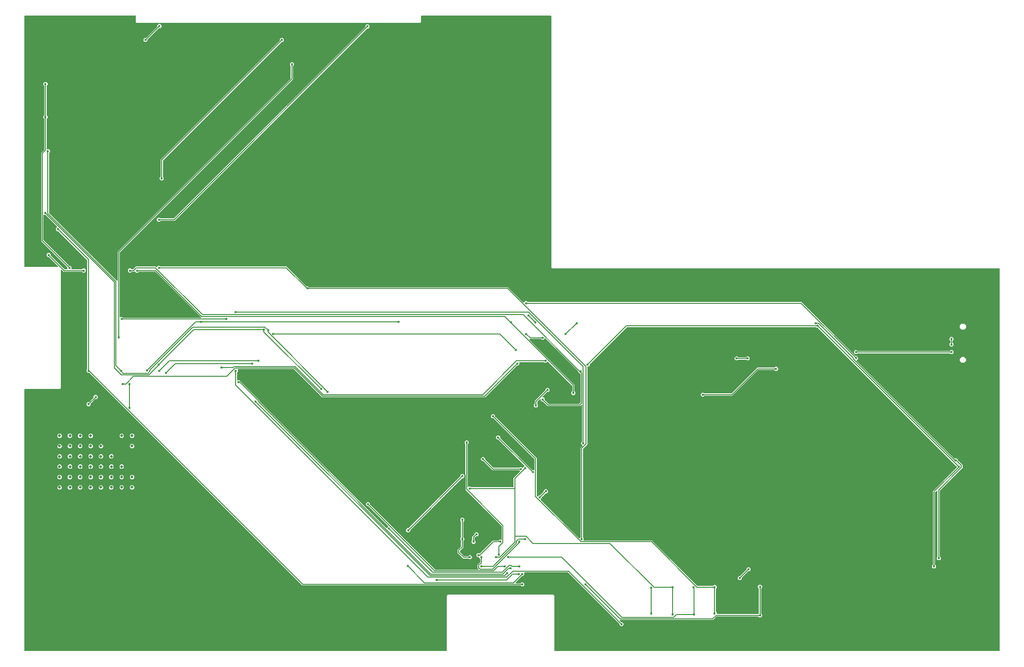
<source format=gbr>
G04 EAGLE Gerber RS-274X export*
G75*
%MOMM*%
%FSLAX34Y34*%
%LPD*%
%INBottom Copper*%
%IPPOS*%
%AMOC8*
5,1,8,0,0,1.08239X$1,22.5*%
G01*
G04 Define Apertures*
%ADD10C,0.150000*%
%ADD11C,0.452400*%
%ADD12C,0.502400*%
G36*
X736773Y-99678D02*
X736476Y-99738D01*
X3524Y-99738D01*
X3249Y-99687D01*
X2994Y-99523D01*
X2822Y-99273D01*
X2762Y-98976D01*
X2762Y355876D01*
X2813Y356151D01*
X2977Y356406D01*
X3227Y356578D01*
X3524Y356638D01*
X64684Y356638D01*
X66302Y358256D01*
X66302Y564024D01*
X66349Y564287D01*
X66508Y564546D01*
X66756Y564721D01*
X67052Y564786D01*
X67350Y564730D01*
X67603Y564563D01*
X71183Y560983D01*
X102662Y560983D01*
X102948Y560927D01*
X103201Y560759D01*
X104490Y559471D01*
X107416Y559471D01*
X109485Y561540D01*
X109485Y564466D01*
X107416Y566535D01*
X104490Y566535D01*
X103201Y565246D01*
X102959Y565083D01*
X102662Y565023D01*
X85030Y565023D01*
X84766Y565069D01*
X84508Y565229D01*
X84333Y565476D01*
X84268Y565772D01*
X84323Y566070D01*
X84491Y566323D01*
X84555Y566387D01*
X84555Y569313D01*
X82486Y571382D01*
X80663Y571382D01*
X80377Y571438D01*
X80124Y571605D01*
X36176Y615554D01*
X36013Y615795D01*
X35953Y616092D01*
X35953Y659408D01*
X35999Y659671D01*
X36159Y659929D01*
X36406Y660105D01*
X36702Y660170D01*
X37000Y660114D01*
X37253Y659947D01*
X37317Y659883D01*
X39140Y659883D01*
X39426Y659827D01*
X39678Y659660D01*
X59592Y639747D01*
X59750Y639516D01*
X59815Y639220D01*
X59759Y638922D01*
X59592Y638669D01*
X57408Y636486D01*
X57408Y633560D01*
X59477Y631491D01*
X61300Y631491D01*
X61586Y631435D01*
X61838Y631267D01*
X112019Y581086D01*
X112182Y580845D01*
X112243Y580548D01*
X112243Y391783D01*
X112187Y391497D01*
X112019Y391244D01*
X110731Y389956D01*
X110731Y387030D01*
X112800Y384961D01*
X115315Y384961D01*
X115601Y384905D01*
X115853Y384737D01*
X485991Y14600D01*
X865797Y14600D01*
X866083Y14544D01*
X866336Y14377D01*
X867625Y13088D01*
X870551Y13088D01*
X872620Y15157D01*
X872620Y18083D01*
X870551Y20152D01*
X867625Y20152D01*
X866336Y18863D01*
X866094Y18700D01*
X865797Y18640D01*
X857799Y18640D01*
X857536Y18687D01*
X857277Y18846D01*
X857102Y19094D01*
X857037Y19390D01*
X857093Y19688D01*
X857260Y19941D01*
X868189Y30870D01*
X868431Y31033D01*
X868728Y31093D01*
X870551Y31093D01*
X872620Y33162D01*
X872620Y36088D01*
X872556Y36152D01*
X872403Y36371D01*
X872333Y36666D01*
X872384Y36965D01*
X872547Y37221D01*
X872797Y37392D01*
X873095Y37453D01*
X948265Y37453D01*
X948551Y37397D01*
X948804Y37229D01*
X1037765Y-51732D01*
X1037928Y-51973D01*
X1037988Y-52270D01*
X1037988Y-54093D01*
X1040057Y-56162D01*
X1042983Y-56162D01*
X1045052Y-54093D01*
X1045052Y-51167D01*
X1042983Y-49098D01*
X1041160Y-49098D01*
X1040874Y-49042D01*
X1040622Y-48875D01*
X1038695Y-46948D01*
X1038542Y-46729D01*
X1038472Y-46434D01*
X1038523Y-46135D01*
X1038687Y-45879D01*
X1038937Y-45708D01*
X1039234Y-45648D01*
X1200939Y-45648D01*
X1206949Y-39638D01*
X1207190Y-39475D01*
X1207487Y-39415D01*
X1279219Y-39415D01*
X1279505Y-39471D01*
X1279758Y-39638D01*
X1281047Y-40927D01*
X1283973Y-40927D01*
X1286042Y-38858D01*
X1286042Y-35932D01*
X1284753Y-34643D01*
X1284590Y-34402D01*
X1284530Y-34104D01*
X1284530Y9174D01*
X1284586Y9460D01*
X1284753Y9713D01*
X1286042Y11002D01*
X1286042Y13928D01*
X1283973Y15997D01*
X1281047Y15997D01*
X1278978Y13928D01*
X1278978Y11002D01*
X1280267Y9713D01*
X1280430Y9472D01*
X1280490Y9174D01*
X1280490Y-34104D01*
X1280434Y-34390D01*
X1280267Y-34643D01*
X1279758Y-35152D01*
X1279517Y-35315D01*
X1279219Y-35375D01*
X1207859Y-35375D01*
X1207584Y-35324D01*
X1207329Y-35160D01*
X1207157Y-34910D01*
X1207097Y-34613D01*
X1207097Y-32470D01*
X1205808Y-31181D01*
X1205645Y-30939D01*
X1205585Y-30642D01*
X1205585Y8482D01*
X1205641Y8768D01*
X1205808Y9021D01*
X1207097Y10310D01*
X1207097Y13236D01*
X1205028Y15305D01*
X1202102Y15305D01*
X1200813Y14016D01*
X1200572Y13853D01*
X1200274Y13793D01*
X1174247Y13793D01*
X1173961Y13848D01*
X1173709Y14016D01*
X1094987Y92738D01*
X976277Y92738D01*
X976014Y92784D01*
X975756Y92944D01*
X975580Y93191D01*
X975515Y93487D01*
X975571Y93785D01*
X975738Y94038D01*
X975802Y94102D01*
X975802Y97028D01*
X974513Y98317D01*
X974350Y98558D01*
X974290Y98856D01*
X974290Y252303D01*
X974346Y252589D01*
X974513Y252841D01*
X981908Y260236D01*
X981908Y395279D01*
X981959Y395553D01*
X982122Y395809D01*
X982372Y395980D01*
X982670Y396041D01*
X984121Y396041D01*
X986190Y398110D01*
X986190Y399932D01*
X986245Y400218D01*
X986413Y400471D01*
X1050444Y464502D01*
X1050685Y464665D01*
X1050982Y464725D01*
X1379632Y464725D01*
X1379918Y464669D01*
X1380171Y464502D01*
X1381460Y463213D01*
X1383282Y463213D01*
X1383568Y463157D01*
X1383821Y462990D01*
X1624312Y222498D01*
X1624475Y222257D01*
X1624536Y221960D01*
X1624536Y220548D01*
X1624480Y220262D01*
X1624312Y220009D01*
X1583113Y178809D01*
X1583113Y51073D01*
X1583057Y50787D01*
X1582889Y50534D01*
X1581601Y49246D01*
X1581601Y46320D01*
X1583670Y44251D01*
X1586596Y44251D01*
X1588665Y46320D01*
X1588665Y49246D01*
X1587376Y50534D01*
X1587213Y50776D01*
X1587153Y51073D01*
X1587153Y176820D01*
X1587208Y177106D01*
X1587376Y177359D01*
X1590122Y180105D01*
X1590341Y180258D01*
X1590636Y180328D01*
X1590935Y180277D01*
X1591191Y180114D01*
X1591362Y179863D01*
X1591423Y179566D01*
X1591423Y65616D01*
X1591367Y65330D01*
X1591199Y65077D01*
X1589911Y63788D01*
X1589911Y60862D01*
X1591980Y58793D01*
X1594906Y58793D01*
X1596975Y60862D01*
X1596975Y63788D01*
X1595686Y65077D01*
X1595523Y65318D01*
X1595463Y65616D01*
X1595463Y179590D01*
X1595518Y179876D01*
X1595686Y180129D01*
X1634935Y219378D01*
X1634935Y224514D01*
X1626975Y232474D01*
X1626812Y232716D01*
X1626752Y233013D01*
X1626752Y234143D01*
X1624683Y236212D01*
X1621757Y236212D01*
X1621651Y236106D01*
X1621420Y235948D01*
X1621124Y235883D01*
X1620826Y235938D01*
X1620573Y236106D01*
X1450751Y405928D01*
X1450593Y406159D01*
X1450528Y406455D01*
X1450583Y406753D01*
X1450751Y407006D01*
X1452935Y409190D01*
X1452935Y412116D01*
X1450866Y414185D01*
X1449043Y414185D01*
X1448757Y414240D01*
X1448504Y414408D01*
X1354674Y508238D01*
X878611Y508238D01*
X878325Y508293D01*
X878072Y508461D01*
X876783Y509750D01*
X873857Y509750D01*
X871673Y507566D01*
X871443Y507408D01*
X871147Y507343D01*
X870849Y507398D01*
X870596Y507566D01*
X844302Y533860D01*
X498428Y533860D01*
X498142Y533916D01*
X497889Y534083D01*
X496601Y535372D01*
X494085Y535372D01*
X493799Y535428D01*
X493547Y535595D01*
X459272Y569870D01*
X240126Y569870D01*
X239840Y569926D01*
X239587Y570093D01*
X238298Y571382D01*
X235372Y571382D01*
X233188Y569198D01*
X232958Y569040D01*
X232662Y568975D01*
X232364Y569031D01*
X232111Y569198D01*
X231439Y569870D01*
X196526Y569870D01*
X191901Y565246D01*
X191660Y565083D01*
X191363Y565023D01*
X189573Y565023D01*
X189287Y565078D01*
X189034Y565246D01*
X187746Y566535D01*
X184820Y566535D01*
X182751Y564466D01*
X182751Y561540D01*
X184820Y559471D01*
X187746Y559471D01*
X189034Y560759D01*
X189276Y560922D01*
X189573Y560983D01*
X193352Y560983D01*
X194023Y561654D01*
X194254Y561812D01*
X194550Y561877D01*
X194848Y561822D01*
X195101Y561654D01*
X197285Y559471D01*
X200211Y559471D01*
X201499Y560759D01*
X201741Y560922D01*
X202038Y560983D01*
X230143Y560983D01*
X230429Y560927D01*
X230681Y560759D01*
X309602Y481838D01*
X309755Y481619D01*
X309825Y481324D01*
X309774Y481025D01*
X309611Y480769D01*
X309361Y480598D01*
X309064Y480538D01*
X175031Y480538D01*
X174745Y480593D01*
X174492Y480761D01*
X173203Y482050D01*
X170277Y482050D01*
X170213Y481986D01*
X169994Y481833D01*
X169699Y481763D01*
X169400Y481814D01*
X169144Y481977D01*
X168973Y482227D01*
X168913Y482525D01*
X168913Y594398D01*
X168968Y594684D01*
X169136Y594936D01*
X470150Y895951D01*
X470150Y919119D01*
X470206Y919405D01*
X470373Y919658D01*
X471662Y920947D01*
X471662Y923873D01*
X469593Y925942D01*
X466667Y925942D01*
X464598Y923873D01*
X464598Y920947D01*
X465887Y919658D01*
X466050Y919417D01*
X466110Y919119D01*
X466110Y897940D01*
X466054Y897654D01*
X465887Y897401D01*
X164873Y596387D01*
X164873Y546174D01*
X164826Y545911D01*
X164666Y545652D01*
X164419Y545477D01*
X164123Y545412D01*
X163825Y545468D01*
X163572Y545635D01*
X45871Y663336D01*
X45708Y663578D01*
X45648Y663875D01*
X45648Y767462D01*
X45703Y767748D01*
X45871Y768001D01*
X47160Y769290D01*
X47160Y772216D01*
X45091Y774285D01*
X42255Y774285D01*
X41980Y774336D01*
X41724Y774499D01*
X41553Y774749D01*
X41493Y775047D01*
X41493Y827017D01*
X41548Y827303D01*
X41716Y827556D01*
X43005Y828845D01*
X43005Y831771D01*
X41716Y833059D01*
X41553Y833301D01*
X41493Y833598D01*
X41493Y884494D01*
X41548Y884780D01*
X41716Y885033D01*
X43005Y886322D01*
X43005Y889248D01*
X40936Y891317D01*
X38010Y891317D01*
X35941Y889248D01*
X35941Y886322D01*
X37229Y885033D01*
X37392Y884792D01*
X37453Y884494D01*
X37453Y833598D01*
X37397Y833312D01*
X37229Y833059D01*
X35941Y831771D01*
X35941Y828845D01*
X37229Y827556D01*
X37392Y827314D01*
X37453Y827017D01*
X37453Y773982D01*
X37397Y773696D01*
X37229Y773444D01*
X31913Y768127D01*
X31913Y614103D01*
X77267Y568748D01*
X77430Y568507D01*
X77491Y568210D01*
X77491Y566387D01*
X77554Y566323D01*
X77707Y566104D01*
X77777Y565809D01*
X77726Y565510D01*
X77563Y565254D01*
X77313Y565083D01*
X77015Y565023D01*
X73172Y565023D01*
X72886Y565078D01*
X72634Y565246D01*
X48768Y589112D01*
X48605Y589353D01*
X48545Y589650D01*
X48545Y591473D01*
X46476Y593542D01*
X43550Y593542D01*
X41481Y591473D01*
X41481Y588547D01*
X43550Y586478D01*
X45372Y586478D01*
X45658Y586422D01*
X45911Y586255D01*
X61599Y570566D01*
X61752Y570347D01*
X61822Y570052D01*
X61771Y569753D01*
X61608Y569497D01*
X61358Y569326D01*
X61061Y569266D01*
X3524Y569266D01*
X3249Y569317D01*
X2994Y569480D01*
X2822Y569730D01*
X2762Y570028D01*
X2762Y1005976D01*
X2813Y1006251D01*
X2977Y1006506D01*
X3227Y1006678D01*
X3524Y1006738D01*
X196176Y1006738D01*
X196451Y1006687D01*
X196706Y1006523D01*
X196878Y1006273D01*
X196938Y1005976D01*
X196938Y995856D01*
X198556Y994238D01*
X691344Y994238D01*
X692962Y995856D01*
X692962Y1005976D01*
X693013Y1006251D01*
X693177Y1006506D01*
X693427Y1006678D01*
X693724Y1006738D01*
X918476Y1006738D01*
X918751Y1006687D01*
X919006Y1006523D01*
X919178Y1006273D01*
X919238Y1005976D01*
X919238Y568356D01*
X920856Y566738D01*
X1698476Y566738D01*
X1698751Y566687D01*
X1699006Y566523D01*
X1699178Y566273D01*
X1699238Y565976D01*
X1699238Y-98976D01*
X1699187Y-99251D01*
X1699023Y-99506D01*
X1698773Y-99678D01*
X1698476Y-99738D01*
X925524Y-99738D01*
X925249Y-99687D01*
X924994Y-99523D01*
X924822Y-99273D01*
X924762Y-98976D01*
X924762Y-2856D01*
X923144Y-1238D01*
X738856Y-1238D01*
X737238Y-2856D01*
X737238Y-98976D01*
X737187Y-99251D01*
X737023Y-99506D01*
X736773Y-99678D01*
G37*
%LPC*%
G36*
X211827Y961121D02*
X214753Y961121D01*
X216822Y963190D01*
X216822Y965012D01*
X216878Y965298D01*
X217045Y965551D01*
X236629Y985135D01*
X236871Y985298D01*
X237168Y985358D01*
X238991Y985358D01*
X241060Y987427D01*
X241060Y990353D01*
X238991Y992422D01*
X236065Y992422D01*
X233996Y990353D01*
X233996Y988530D01*
X233940Y988244D01*
X233772Y987992D01*
X214188Y968408D01*
X213947Y968245D01*
X213650Y968185D01*
X211827Y968185D01*
X209758Y966116D01*
X209758Y963190D01*
X211827Y961121D01*
G37*
G36*
X235372Y648111D02*
X238298Y648111D01*
X239587Y649399D01*
X239828Y649562D01*
X240126Y649623D01*
X263987Y649623D01*
X598807Y984442D01*
X599048Y984605D01*
X599345Y984666D01*
X601168Y984666D01*
X603237Y986735D01*
X603237Y989661D01*
X601168Y991730D01*
X598242Y991730D01*
X596173Y989661D01*
X596173Y987838D01*
X596117Y987552D01*
X595950Y987299D01*
X262536Y653886D01*
X262295Y653723D01*
X261998Y653663D01*
X240126Y653663D01*
X239840Y653718D01*
X239587Y653886D01*
X238298Y655175D01*
X235372Y655175D01*
X233303Y653106D01*
X233303Y650180D01*
X235372Y648111D01*
G37*
G36*
X240220Y720131D02*
X243146Y720131D01*
X245215Y722200D01*
X245215Y725126D01*
X243926Y726414D01*
X243763Y726656D01*
X243703Y726953D01*
X243703Y754365D01*
X243758Y754651D01*
X243926Y754904D01*
X449919Y960897D01*
X450161Y961060D01*
X450458Y961121D01*
X452281Y961121D01*
X454350Y963190D01*
X454350Y966116D01*
X452281Y968185D01*
X449355Y968185D01*
X447286Y966116D01*
X447286Y964293D01*
X447230Y964007D01*
X447062Y963754D01*
X239663Y756354D01*
X239663Y726953D01*
X239607Y726667D01*
X239439Y726414D01*
X238151Y725126D01*
X238151Y722200D01*
X240220Y720131D01*
G37*
G36*
X1633465Y460050D02*
X1637815Y460050D01*
X1640890Y463125D01*
X1640890Y467475D01*
X1637815Y470550D01*
X1633465Y470550D01*
X1630390Y467475D01*
X1630390Y463125D01*
X1633465Y460050D01*
G37*
G36*
X1614140Y430666D02*
X1617066Y430666D01*
X1619135Y432735D01*
X1619135Y435661D01*
X1617846Y436949D01*
X1617683Y437191D01*
X1617623Y437488D01*
X1617623Y440602D01*
X1617678Y440888D01*
X1617846Y441141D01*
X1619135Y442430D01*
X1619135Y445356D01*
X1617066Y447425D01*
X1614140Y447425D01*
X1612071Y445356D01*
X1612071Y442430D01*
X1613359Y441141D01*
X1613522Y440899D01*
X1613583Y440602D01*
X1613583Y437488D01*
X1613527Y437202D01*
X1613359Y436949D01*
X1612071Y435661D01*
X1612071Y432735D01*
X1614140Y430666D01*
G37*
G36*
X1447940Y417508D02*
X1450866Y417508D01*
X1452154Y418797D01*
X1452396Y418960D01*
X1452693Y419020D01*
X1612312Y419020D01*
X1612598Y418964D01*
X1612851Y418797D01*
X1614140Y417508D01*
X1617066Y417508D01*
X1619135Y419577D01*
X1619135Y422503D01*
X1617066Y424572D01*
X1614140Y424572D01*
X1612851Y423283D01*
X1612609Y423120D01*
X1612312Y423060D01*
X1452693Y423060D01*
X1452407Y423116D01*
X1452154Y423283D01*
X1450866Y424572D01*
X1447940Y424572D01*
X1445871Y422503D01*
X1445871Y419577D01*
X1447940Y417508D01*
G37*
G36*
X1240190Y406428D02*
X1243116Y406428D01*
X1244404Y407717D01*
X1244646Y407880D01*
X1244943Y407940D01*
X1257752Y407940D01*
X1258038Y407884D01*
X1258291Y407717D01*
X1259580Y406428D01*
X1262506Y406428D01*
X1264575Y408497D01*
X1264575Y411423D01*
X1262506Y413492D01*
X1259580Y413492D01*
X1258291Y412203D01*
X1258049Y412040D01*
X1257752Y411980D01*
X1244943Y411980D01*
X1244657Y412036D01*
X1244404Y412203D01*
X1243116Y413492D01*
X1240190Y413492D01*
X1238121Y411423D01*
X1238121Y408497D01*
X1240190Y406428D01*
G37*
G36*
X1633465Y402250D02*
X1637815Y402250D01*
X1640890Y405325D01*
X1640890Y409675D01*
X1637815Y412750D01*
X1633465Y412750D01*
X1630390Y409675D01*
X1630390Y405325D01*
X1633465Y402250D01*
G37*
G36*
X1181327Y343411D02*
X1184253Y343411D01*
X1185542Y344699D01*
X1185783Y344862D01*
X1186081Y344923D01*
X1234179Y344923D01*
X1278969Y389712D01*
X1279210Y389875D01*
X1279507Y389935D01*
X1306919Y389935D01*
X1307205Y389879D01*
X1307458Y389712D01*
X1308747Y388423D01*
X1311673Y388423D01*
X1313742Y390492D01*
X1313742Y393418D01*
X1311673Y395487D01*
X1308747Y395487D01*
X1307458Y394198D01*
X1307217Y394035D01*
X1306919Y393975D01*
X1277518Y393975D01*
X1232729Y349186D01*
X1232487Y349023D01*
X1232190Y348963D01*
X1186081Y348963D01*
X1185795Y349018D01*
X1185542Y349186D01*
X1184253Y350475D01*
X1181327Y350475D01*
X1179258Y348406D01*
X1179258Y345480D01*
X1181327Y343411D01*
G37*
G36*
X112800Y326791D02*
X115726Y326791D01*
X117795Y328860D01*
X117795Y330682D01*
X117850Y330968D01*
X118018Y331221D01*
X125829Y339032D01*
X126071Y339195D01*
X126368Y339256D01*
X128191Y339256D01*
X130260Y341325D01*
X130260Y344251D01*
X128191Y346320D01*
X125265Y346320D01*
X123196Y344251D01*
X123196Y342428D01*
X123140Y342142D01*
X122972Y341889D01*
X115161Y334078D01*
X114919Y333915D01*
X114622Y333855D01*
X112800Y333855D01*
X110731Y331786D01*
X110731Y328860D01*
X112800Y326791D01*
G37*
G36*
X188433Y271718D02*
X191567Y271718D01*
X193782Y273933D01*
X193782Y277067D01*
X191567Y279282D01*
X188433Y279282D01*
X186218Y277067D01*
X186218Y273933D01*
X188433Y271718D01*
G37*
G36*
X170433Y271718D02*
X173567Y271718D01*
X175782Y273933D01*
X175782Y277067D01*
X173567Y279282D01*
X170433Y279282D01*
X168218Y277067D01*
X168218Y273933D01*
X170433Y271718D01*
G37*
G36*
X116433Y271718D02*
X119567Y271718D01*
X121782Y273933D01*
X121782Y277067D01*
X119567Y279282D01*
X116433Y279282D01*
X114218Y277067D01*
X114218Y273933D01*
X116433Y271718D01*
G37*
G36*
X98433Y271718D02*
X101567Y271718D01*
X103782Y273933D01*
X103782Y277067D01*
X101567Y279282D01*
X98433Y279282D01*
X96218Y277067D01*
X96218Y273933D01*
X98433Y271718D01*
G37*
G36*
X80433Y271718D02*
X83567Y271718D01*
X85782Y273933D01*
X85782Y277067D01*
X83567Y279282D01*
X80433Y279282D01*
X78218Y277067D01*
X78218Y273933D01*
X80433Y271718D01*
G37*
G36*
X62433Y271718D02*
X65567Y271718D01*
X67782Y273933D01*
X67782Y277067D01*
X65567Y279282D01*
X62433Y279282D01*
X60218Y277067D01*
X60218Y273933D01*
X62433Y271718D01*
G37*
G36*
X188433Y253718D02*
X191567Y253718D01*
X193782Y255933D01*
X193782Y259067D01*
X191567Y261282D01*
X188433Y261282D01*
X186218Y259067D01*
X186218Y255933D01*
X188433Y253718D01*
G37*
G36*
X134433Y253718D02*
X137567Y253718D01*
X139782Y255933D01*
X139782Y259067D01*
X137567Y261282D01*
X134433Y261282D01*
X132218Y259067D01*
X132218Y255933D01*
X134433Y253718D01*
G37*
G36*
X116433Y253718D02*
X119567Y253718D01*
X121782Y255933D01*
X121782Y259067D01*
X119567Y261282D01*
X116433Y261282D01*
X114218Y259067D01*
X114218Y255933D01*
X116433Y253718D01*
G37*
G36*
X98433Y253718D02*
X101567Y253718D01*
X103782Y255933D01*
X103782Y259067D01*
X101567Y261282D01*
X98433Y261282D01*
X96218Y259067D01*
X96218Y255933D01*
X98433Y253718D01*
G37*
G36*
X80433Y253718D02*
X83567Y253718D01*
X85782Y255933D01*
X85782Y259067D01*
X83567Y261282D01*
X80433Y261282D01*
X78218Y259067D01*
X78218Y255933D01*
X80433Y253718D01*
G37*
G36*
X62433Y253718D02*
X65567Y253718D01*
X67782Y255933D01*
X67782Y259067D01*
X65567Y261282D01*
X62433Y261282D01*
X60218Y259067D01*
X60218Y255933D01*
X62433Y253718D01*
G37*
G36*
X152433Y235718D02*
X155567Y235718D01*
X157782Y237933D01*
X157782Y241067D01*
X155567Y243282D01*
X152433Y243282D01*
X150218Y241067D01*
X150218Y237933D01*
X152433Y235718D01*
G37*
G36*
X134433Y235718D02*
X137567Y235718D01*
X139782Y237933D01*
X139782Y241067D01*
X137567Y243282D01*
X134433Y243282D01*
X132218Y241067D01*
X132218Y237933D01*
X134433Y235718D01*
G37*
G36*
X116433Y235718D02*
X119567Y235718D01*
X121782Y237933D01*
X121782Y241067D01*
X119567Y243282D01*
X116433Y243282D01*
X114218Y241067D01*
X114218Y237933D01*
X116433Y235718D01*
G37*
G36*
X98433Y235718D02*
X101567Y235718D01*
X103782Y237933D01*
X103782Y241067D01*
X101567Y243282D01*
X98433Y243282D01*
X96218Y241067D01*
X96218Y237933D01*
X98433Y235718D01*
G37*
G36*
X80433Y235718D02*
X83567Y235718D01*
X85782Y237933D01*
X85782Y241067D01*
X83567Y243282D01*
X80433Y243282D01*
X78218Y241067D01*
X78218Y237933D01*
X80433Y235718D01*
G37*
G36*
X62433Y235718D02*
X65567Y235718D01*
X67782Y237933D01*
X67782Y241067D01*
X65567Y243282D01*
X62433Y243282D01*
X60218Y241067D01*
X60218Y237933D01*
X62433Y235718D01*
G37*
G36*
X80433Y217718D02*
X83567Y217718D01*
X85782Y219933D01*
X85782Y223067D01*
X83567Y225282D01*
X80433Y225282D01*
X78218Y223067D01*
X78218Y219933D01*
X80433Y217718D01*
G37*
G36*
X62433Y217718D02*
X65567Y217718D01*
X67782Y219933D01*
X67782Y223067D01*
X65567Y225282D01*
X62433Y225282D01*
X60218Y223067D01*
X60218Y219933D01*
X62433Y217718D01*
G37*
G36*
X170433Y217718D02*
X173567Y217718D01*
X175782Y219933D01*
X175782Y223067D01*
X173567Y225282D01*
X170433Y225282D01*
X168218Y223067D01*
X168218Y219933D01*
X170433Y217718D01*
G37*
G36*
X152433Y217718D02*
X155567Y217718D01*
X157782Y219933D01*
X157782Y223067D01*
X155567Y225282D01*
X152433Y225282D01*
X150218Y223067D01*
X150218Y219933D01*
X152433Y217718D01*
G37*
G36*
X134433Y217718D02*
X137567Y217718D01*
X139782Y219933D01*
X139782Y223067D01*
X137567Y225282D01*
X134433Y225282D01*
X132218Y223067D01*
X132218Y219933D01*
X134433Y217718D01*
G37*
G36*
X116433Y217718D02*
X119567Y217718D01*
X121782Y219933D01*
X121782Y223067D01*
X119567Y225282D01*
X116433Y225282D01*
X114218Y223067D01*
X114218Y219933D01*
X116433Y217718D01*
G37*
G36*
X98433Y217718D02*
X101567Y217718D01*
X103782Y219933D01*
X103782Y223067D01*
X101567Y225282D01*
X98433Y225282D01*
X96218Y223067D01*
X96218Y219933D01*
X98433Y217718D01*
G37*
G36*
X188433Y199718D02*
X191567Y199718D01*
X193782Y201933D01*
X193782Y205067D01*
X191567Y207282D01*
X188433Y207282D01*
X186218Y205067D01*
X186218Y201933D01*
X188433Y199718D01*
G37*
G36*
X170433Y199718D02*
X173567Y199718D01*
X175782Y201933D01*
X175782Y205067D01*
X173567Y207282D01*
X170433Y207282D01*
X168218Y205067D01*
X168218Y201933D01*
X170433Y199718D01*
G37*
G36*
X152433Y199718D02*
X155567Y199718D01*
X157782Y201933D01*
X157782Y205067D01*
X155567Y207282D01*
X152433Y207282D01*
X150218Y205067D01*
X150218Y201933D01*
X152433Y199718D01*
G37*
G36*
X134433Y199718D02*
X137567Y199718D01*
X139782Y201933D01*
X139782Y205067D01*
X137567Y207282D01*
X134433Y207282D01*
X132218Y205067D01*
X132218Y201933D01*
X134433Y199718D01*
G37*
G36*
X116433Y199718D02*
X119567Y199718D01*
X121782Y201933D01*
X121782Y205067D01*
X119567Y207282D01*
X116433Y207282D01*
X114218Y205067D01*
X114218Y201933D01*
X116433Y199718D01*
G37*
G36*
X98433Y199718D02*
X101567Y199718D01*
X103782Y201933D01*
X103782Y205067D01*
X101567Y207282D01*
X98433Y207282D01*
X96218Y205067D01*
X96218Y201933D01*
X98433Y199718D01*
G37*
G36*
X80433Y199718D02*
X83567Y199718D01*
X85782Y201933D01*
X85782Y205067D01*
X83567Y207282D01*
X80433Y207282D01*
X78218Y205067D01*
X78218Y201933D01*
X80433Y199718D01*
G37*
G36*
X62433Y199718D02*
X65567Y199718D01*
X67782Y201933D01*
X67782Y205067D01*
X65567Y207282D01*
X62433Y207282D01*
X60218Y205067D01*
X60218Y201933D01*
X62433Y199718D01*
G37*
G36*
X188433Y181718D02*
X191567Y181718D01*
X193782Y183933D01*
X193782Y187067D01*
X191567Y189282D01*
X188433Y189282D01*
X186218Y187067D01*
X186218Y183933D01*
X188433Y181718D01*
G37*
G36*
X170433Y181718D02*
X173567Y181718D01*
X175782Y183933D01*
X175782Y187067D01*
X173567Y189282D01*
X170433Y189282D01*
X168218Y187067D01*
X168218Y183933D01*
X170433Y181718D01*
G37*
G36*
X152433Y181718D02*
X155567Y181718D01*
X157782Y183933D01*
X157782Y187067D01*
X155567Y189282D01*
X152433Y189282D01*
X150218Y187067D01*
X150218Y183933D01*
X152433Y181718D01*
G37*
G36*
X134433Y181718D02*
X137567Y181718D01*
X139782Y183933D01*
X139782Y187067D01*
X137567Y189282D01*
X134433Y189282D01*
X132218Y187067D01*
X132218Y183933D01*
X134433Y181718D01*
G37*
G36*
X116433Y181718D02*
X119567Y181718D01*
X121782Y183933D01*
X121782Y187067D01*
X119567Y189282D01*
X116433Y189282D01*
X114218Y187067D01*
X114218Y183933D01*
X116433Y181718D01*
G37*
G36*
X98433Y181718D02*
X101567Y181718D01*
X103782Y183933D01*
X103782Y187067D01*
X101567Y189282D01*
X98433Y189282D01*
X96218Y187067D01*
X96218Y183933D01*
X98433Y181718D01*
G37*
G36*
X80433Y181718D02*
X83567Y181718D01*
X85782Y183933D01*
X85782Y187067D01*
X83567Y189282D01*
X80433Y189282D01*
X78218Y187067D01*
X78218Y183933D01*
X80433Y181718D01*
G37*
G36*
X62433Y181718D02*
X65567Y181718D01*
X67782Y183933D01*
X67782Y187067D01*
X65567Y189282D01*
X62433Y189282D01*
X60218Y187067D01*
X60218Y183933D01*
X62433Y181718D01*
G37*
G36*
X1245730Y24168D02*
X1248656Y24168D01*
X1250725Y26237D01*
X1250725Y28060D01*
X1250780Y28346D01*
X1250948Y28598D01*
X1261529Y39180D01*
X1261771Y39343D01*
X1262068Y39403D01*
X1263891Y39403D01*
X1265960Y41472D01*
X1265960Y44398D01*
X1263891Y46467D01*
X1260965Y46467D01*
X1258896Y44398D01*
X1258896Y42575D01*
X1258840Y42289D01*
X1258672Y42037D01*
X1248091Y31455D01*
X1247849Y31292D01*
X1247552Y31232D01*
X1245730Y31232D01*
X1243661Y29163D01*
X1243661Y26237D01*
X1245730Y24168D01*
G37*
%LPD*%
G36*
X792726Y42245D02*
X792429Y42185D01*
X717890Y42185D01*
X717604Y42241D01*
X717351Y42408D01*
X604153Y155607D01*
X603990Y155848D01*
X603930Y156145D01*
X603930Y157968D01*
X601861Y160037D01*
X598935Y160037D01*
X596866Y157968D01*
X596866Y155042D01*
X598935Y152973D01*
X600757Y152973D01*
X601043Y152917D01*
X601296Y152750D01*
X635752Y118294D01*
X635910Y118064D01*
X635975Y117768D01*
X635919Y117469D01*
X635752Y117217D01*
X633453Y114918D01*
X633223Y114760D01*
X632927Y114695D01*
X632629Y114751D01*
X632376Y114918D01*
X412203Y335091D01*
X412040Y335333D01*
X411980Y335630D01*
X411980Y337392D01*
X378942Y370430D01*
X378626Y370430D01*
X378340Y370486D01*
X378087Y370653D01*
X376798Y371942D01*
X373872Y371942D01*
X373808Y371878D01*
X373589Y371725D01*
X373294Y371656D01*
X372995Y371706D01*
X372739Y371870D01*
X372568Y372120D01*
X372508Y372417D01*
X372508Y385202D01*
X372563Y385488D01*
X372731Y385741D01*
X374020Y387030D01*
X374020Y389956D01*
X373956Y390019D01*
X373803Y390239D01*
X373733Y390534D01*
X373784Y390833D01*
X373947Y391088D01*
X374197Y391260D01*
X374495Y391320D01*
X471133Y391320D01*
X471419Y391264D01*
X471671Y391097D01*
X520616Y342153D01*
X804137Y342153D01*
X859187Y397202D01*
X859428Y397365D01*
X859725Y397426D01*
X861548Y397426D01*
X863617Y399495D01*
X863617Y402421D01*
X863553Y402484D01*
X863400Y402704D01*
X863331Y402999D01*
X863381Y403298D01*
X863545Y403553D01*
X863795Y403725D01*
X864092Y403785D01*
X905962Y403785D01*
X906248Y403729D01*
X906501Y403562D01*
X907790Y402273D01*
X910716Y402273D01*
X912899Y404457D01*
X913130Y404615D01*
X913426Y404680D01*
X913724Y404624D01*
X913977Y404457D01*
X955484Y362949D01*
X955647Y362707D01*
X955708Y362410D01*
X955708Y353003D01*
X955652Y352717D01*
X955484Y352464D01*
X954196Y351176D01*
X954196Y348250D01*
X956265Y346181D01*
X959191Y346181D01*
X961260Y348250D01*
X961260Y351176D01*
X959971Y352464D01*
X959808Y352706D01*
X959748Y353003D01*
X959748Y364399D01*
X881498Y442649D01*
X881345Y442869D01*
X881275Y443164D01*
X881326Y443463D01*
X881489Y443718D01*
X881739Y443890D01*
X882036Y443950D01*
X901114Y443950D01*
X901400Y443894D01*
X901653Y443727D01*
X902942Y442438D01*
X905868Y442438D01*
X908052Y444622D01*
X908282Y444780D01*
X908578Y444845D01*
X908876Y444789D01*
X909129Y444622D01*
X966437Y387313D01*
X966600Y387072D01*
X966661Y386775D01*
X966661Y385645D01*
X968730Y383576D01*
X969488Y383576D01*
X969763Y383524D01*
X970018Y383361D01*
X970190Y383111D01*
X970250Y382814D01*
X970250Y333552D01*
X970194Y333266D01*
X970027Y333014D01*
X968194Y331181D01*
X967952Y331018D01*
X967655Y330958D01*
X915252Y330958D01*
X914966Y331013D01*
X914714Y331181D01*
X908160Y337734D01*
X907997Y337976D01*
X907937Y338273D01*
X907937Y340096D01*
X905868Y342165D01*
X904323Y342165D01*
X904060Y342211D01*
X903802Y342371D01*
X903627Y342618D01*
X903561Y342914D01*
X903617Y343212D01*
X903785Y343465D01*
X911817Y351497D01*
X912058Y351660D01*
X912355Y351721D01*
X914178Y351721D01*
X916247Y353790D01*
X916247Y356716D01*
X914178Y358785D01*
X911252Y358785D01*
X909183Y356716D01*
X909183Y354893D01*
X909127Y354607D01*
X908960Y354354D01*
X890613Y336007D01*
X890613Y331536D01*
X890557Y331250D01*
X890389Y330997D01*
X889101Y329708D01*
X889101Y326782D01*
X891170Y324713D01*
X894096Y324713D01*
X896165Y326782D01*
X896165Y329708D01*
X894876Y330997D01*
X894713Y331238D01*
X894653Y331536D01*
X894653Y334018D01*
X894708Y334304D01*
X894876Y334556D01*
X899572Y339253D01*
X899792Y339406D01*
X900087Y339476D01*
X900386Y339425D01*
X900641Y339262D01*
X900813Y339011D01*
X900873Y338714D01*
X900873Y337170D01*
X902942Y335101D01*
X904765Y335101D01*
X905051Y335045D01*
X905303Y334877D01*
X913263Y326918D01*
X969644Y326918D01*
X971719Y328992D01*
X971939Y329145D01*
X972234Y329215D01*
X972533Y329164D01*
X972788Y329001D01*
X972960Y328751D01*
X973020Y328454D01*
X973020Y265748D01*
X972964Y265462D01*
X972797Y265209D01*
X971508Y263921D01*
X971508Y260995D01*
X973692Y258811D01*
X973850Y258580D01*
X973915Y258284D01*
X973859Y257986D01*
X973692Y257733D01*
X970250Y254292D01*
X970250Y98856D01*
X970194Y98570D01*
X970027Y98317D01*
X968623Y96913D01*
X968393Y96755D01*
X968097Y96690D01*
X967799Y96746D01*
X967546Y96913D01*
X900906Y163553D01*
X900748Y163784D01*
X900683Y164080D01*
X900738Y164378D01*
X900906Y164631D01*
X903090Y166815D01*
X903090Y168637D01*
X903145Y168923D01*
X903313Y169176D01*
X909047Y174910D01*
X909288Y175073D01*
X909585Y175133D01*
X911408Y175133D01*
X913477Y177202D01*
X913477Y180128D01*
X911408Y182197D01*
X908482Y182197D01*
X906413Y180128D01*
X906413Y178305D01*
X906357Y178019D01*
X906190Y177767D01*
X900456Y172033D01*
X900214Y171870D01*
X899917Y171810D01*
X898095Y171810D01*
X895911Y169626D01*
X895681Y169468D01*
X895384Y169403D01*
X895086Y169458D01*
X894833Y169626D01*
X894183Y170276D01*
X894020Y170518D01*
X893960Y170815D01*
X893960Y236287D01*
X821598Y308649D01*
X821435Y308891D01*
X821375Y309188D01*
X821375Y311011D01*
X819306Y313080D01*
X816380Y313080D01*
X814311Y311011D01*
X814311Y308085D01*
X816380Y306016D01*
X818202Y306016D01*
X818488Y305960D01*
X818741Y305792D01*
X889697Y234836D01*
X889860Y234595D01*
X889920Y234298D01*
X889920Y215912D01*
X889873Y215649D01*
X889714Y215391D01*
X889466Y215215D01*
X889170Y215150D01*
X888872Y215206D01*
X888619Y215373D01*
X888556Y215437D01*
X886733Y215437D01*
X886447Y215493D01*
X886194Y215660D01*
X830600Y271254D01*
X830437Y271496D01*
X830377Y271793D01*
X830377Y273616D01*
X828308Y275685D01*
X825382Y275685D01*
X823313Y273616D01*
X823313Y270690D01*
X825382Y268621D01*
X827205Y268621D01*
X827491Y268565D01*
X827743Y268397D01*
X872587Y223554D01*
X872745Y223324D01*
X872810Y223028D01*
X872754Y222729D01*
X872587Y222477D01*
X870403Y220293D01*
X870403Y220194D01*
X870356Y219931D01*
X870197Y219673D01*
X869949Y219497D01*
X869653Y219432D01*
X869355Y219488D01*
X869102Y219655D01*
X867781Y220977D01*
X864855Y220977D01*
X863566Y219688D01*
X863324Y219525D01*
X863027Y219465D01*
X818995Y219465D01*
X818709Y219521D01*
X818456Y219688D01*
X804285Y233859D01*
X804122Y234101D01*
X804062Y234398D01*
X804062Y236221D01*
X801993Y238290D01*
X799067Y238290D01*
X796998Y236221D01*
X796998Y233295D01*
X799067Y231226D01*
X800890Y231226D01*
X801176Y231170D01*
X801428Y231002D01*
X817006Y215425D01*
X863027Y215425D01*
X863313Y215369D01*
X863566Y215202D01*
X864969Y213798D01*
X865127Y213568D01*
X865192Y213272D01*
X865137Y212974D01*
X864969Y212721D01*
X853910Y201662D01*
X853910Y186295D01*
X853859Y186020D01*
X853695Y185764D01*
X853445Y185593D01*
X853148Y185533D01*
X780276Y185533D01*
X779990Y185588D01*
X779737Y185756D01*
X778448Y187045D01*
X775522Y187045D01*
X775458Y186981D01*
X775239Y186828D01*
X774944Y186758D01*
X774645Y186809D01*
X774389Y186972D01*
X774218Y187222D01*
X774158Y187520D01*
X774158Y260552D01*
X774213Y260838D01*
X774381Y261091D01*
X775670Y262380D01*
X775670Y265306D01*
X773601Y267375D01*
X770675Y267375D01*
X768606Y265306D01*
X768606Y262380D01*
X769894Y261091D01*
X770057Y260849D01*
X770118Y260552D01*
X770118Y181291D01*
X832912Y118496D01*
X833075Y118255D01*
X833135Y117958D01*
X833135Y94725D01*
X833088Y94461D01*
X832929Y94203D01*
X832681Y94028D01*
X832385Y93963D01*
X832087Y94018D01*
X831834Y94186D01*
X831771Y94250D01*
X828845Y94250D01*
X827556Y92961D01*
X827314Y92798D01*
X827017Y92738D01*
X817698Y92738D01*
X795559Y70598D01*
X795329Y70440D01*
X795033Y70375D01*
X794734Y70431D01*
X794482Y70598D01*
X794376Y70705D01*
X791450Y70705D01*
X789381Y68636D01*
X789381Y65710D01*
X791450Y63641D01*
X793466Y63641D01*
X793741Y63589D01*
X793996Y63426D01*
X794168Y63176D01*
X794228Y62879D01*
X794228Y62247D01*
X795517Y60958D01*
X795680Y60717D01*
X795740Y60419D01*
X795740Y55167D01*
X795684Y54881D01*
X795517Y54629D01*
X790893Y50004D01*
X790893Y45561D01*
X792967Y43486D01*
X793120Y43266D01*
X793190Y42971D01*
X793139Y42672D01*
X792976Y42417D01*
X792726Y42245D01*
G37*
%LPC*%
G36*
X668877Y107268D02*
X671803Y107268D01*
X673872Y109337D01*
X673872Y111160D01*
X673928Y111446D01*
X674095Y111698D01*
X763622Y201225D01*
X763863Y201388D01*
X764160Y201448D01*
X765983Y201448D01*
X768052Y203517D01*
X768052Y206443D01*
X765983Y208512D01*
X763057Y208512D01*
X760988Y206443D01*
X760988Y204620D01*
X760932Y204334D01*
X760765Y204082D01*
X671238Y114555D01*
X670997Y114392D01*
X670700Y114332D01*
X668877Y114332D01*
X666808Y112263D01*
X666808Y109337D01*
X668877Y107268D01*
G37*
G36*
X776215Y60178D02*
X779141Y60178D01*
X781210Y62247D01*
X781210Y65173D01*
X779141Y67242D01*
X776215Y67242D01*
X774926Y65953D01*
X774684Y65790D01*
X774387Y65730D01*
X768442Y65730D01*
X768156Y65786D01*
X767904Y65953D01*
X760531Y73326D01*
X760368Y73568D01*
X760308Y73865D01*
X760308Y74330D01*
X760363Y74616D01*
X760531Y74869D01*
X766540Y80878D01*
X766540Y92274D01*
X766596Y92560D01*
X766763Y92813D01*
X768052Y94102D01*
X768052Y97028D01*
X766763Y98317D01*
X766600Y98558D01*
X766540Y98856D01*
X766540Y125514D01*
X766596Y125800D01*
X766763Y126053D01*
X768052Y127342D01*
X768052Y130268D01*
X765983Y132337D01*
X763057Y132337D01*
X760988Y130268D01*
X760988Y127342D01*
X762277Y126053D01*
X762440Y125812D01*
X762500Y125514D01*
X762500Y98856D01*
X762444Y98570D01*
X762277Y98317D01*
X760988Y97028D01*
X760988Y94102D01*
X762277Y92813D01*
X762440Y92572D01*
X762500Y92274D01*
X762500Y82867D01*
X762444Y82581D01*
X762277Y82329D01*
X756268Y76319D01*
X756268Y71876D01*
X766453Y61690D01*
X774387Y61690D01*
X774673Y61634D01*
X774926Y61467D01*
X776215Y60178D01*
G37*
G36*
X782447Y87186D02*
X785373Y87186D01*
X787442Y89255D01*
X787442Y92181D01*
X786153Y93469D01*
X785990Y93711D01*
X785930Y94008D01*
X785930Y97183D01*
X785986Y97469D01*
X786153Y97721D01*
X788552Y100120D01*
X788793Y100283D01*
X789090Y100343D01*
X790913Y100343D01*
X792982Y102412D01*
X792982Y105338D01*
X790913Y107407D01*
X787987Y107407D01*
X785918Y105338D01*
X785918Y103515D01*
X785862Y103229D01*
X785695Y102977D01*
X781890Y99172D01*
X781890Y94008D01*
X781834Y93722D01*
X781667Y93469D01*
X780378Y92181D01*
X780378Y89255D01*
X782447Y87186D01*
G37*
%LPD*%
D10*
X497215Y906483D02*
X497215Y970885D01*
X649565Y976425D02*
X649565Y983350D01*
X639870Y993045D01*
X520068Y993045D01*
X497908Y970885D01*
X497215Y970885D01*
X475748Y885708D02*
X463283Y885708D01*
X475748Y885708D02*
X496523Y906483D01*
X497215Y906483D01*
X109415Y425195D02*
X76175Y391955D01*
X263843Y965345D02*
X445278Y965345D01*
X449433Y969500D01*
X496523Y969500D01*
X497215Y970885D01*
X1233343Y378105D02*
X1233343Y353175D01*
X1478488Y416193D02*
X1492338Y402343D01*
X1233343Y407883D02*
X1233343Y378105D01*
X1233343Y407883D02*
X1249963Y424503D01*
X1240960Y5540D02*
X1270738Y5540D01*
X1565743Y34625D02*
X1565743Y73405D01*
X967423Y333785D02*
X945263Y355945D01*
X940415Y360100D02*
X859393Y360100D01*
X940415Y360100D02*
X944570Y355945D01*
X945263Y355945D01*
X769368Y76868D02*
X765905Y76868D01*
X769368Y76868D02*
X772830Y76868D01*
X765905Y76868D02*
X763135Y74098D01*
X767290Y208443D02*
X767290Y245145D01*
X767290Y208443D02*
X769368Y206365D01*
X769368Y76868D01*
X772830Y77560D02*
X799145Y77560D01*
X772830Y77560D02*
X772830Y76868D01*
X859393Y357330D02*
X859393Y360100D01*
X859393Y357330D02*
X767290Y265228D01*
X767290Y245145D01*
X1180713Y353175D02*
X1233343Y353175D01*
X1180713Y353175D02*
X1166170Y338633D01*
D11*
X497215Y970885D03*
X497215Y906483D03*
X649565Y976425D03*
X463283Y885708D03*
X76175Y391955D03*
X109415Y425195D03*
X263843Y965345D03*
X1233343Y353175D03*
X1233343Y378105D03*
X1492338Y402343D03*
X1478488Y416193D03*
X1249963Y424503D03*
X1270738Y5540D03*
X1240960Y5540D03*
X1565743Y34625D03*
X1565743Y73405D03*
X945263Y355945D03*
X967423Y333785D03*
X859393Y360100D03*
X772830Y76868D03*
X763135Y74098D03*
X767290Y245145D03*
X799145Y77560D03*
X1166170Y338633D03*
D10*
X1449403Y421040D02*
X1615603Y421040D01*
D11*
X1449403Y421040D03*
X1615603Y421040D03*
D10*
X1615603Y434198D02*
X1615603Y443893D01*
D11*
X1615603Y434198D03*
X1615603Y443893D03*
D10*
X1449403Y410653D02*
X1353838Y506218D01*
X875320Y506218D01*
X409960Y405805D02*
X254840Y405805D01*
X237528Y388493D01*
D11*
X1449403Y410653D03*
X875320Y506218D03*
X409960Y405805D03*
X237528Y388493D03*
D10*
X265228Y400958D02*
X398880Y400958D01*
X265228Y400958D02*
X249300Y385030D01*
D11*
X398880Y400958D03*
X249300Y385030D03*
D10*
X1278355Y391955D02*
X1310210Y391955D01*
X1278355Y391955D02*
X1233343Y346943D01*
X1182790Y346943D01*
D11*
X1310210Y391955D03*
X1182790Y346943D03*
D10*
X419655Y459820D02*
X297083Y459820D01*
X236143Y398880D01*
X159275Y542920D02*
X38780Y663415D01*
X159275Y542920D02*
X159275Y393340D01*
X171048Y381568D01*
X219523Y381568D01*
X236143Y398188D01*
X236143Y398880D01*
X1167555Y11080D02*
X1167555Y-36010D01*
X1167555Y11080D02*
X1166863Y11773D01*
X828230Y68558D02*
X828230Y82408D01*
X835155Y89333D01*
X835155Y119110D01*
X772138Y182128D01*
X772138Y263843D01*
X1137085Y-36010D02*
X1167555Y-36010D01*
X1137085Y-36010D02*
X1132238Y-40858D01*
X1042213Y-40858D01*
X937645Y63710D01*
X844158Y63710D01*
X419655Y456358D02*
X419655Y459820D01*
X419655Y456358D02*
X519375Y356638D01*
D11*
X419655Y459820D03*
X236143Y398880D03*
X38780Y663415D03*
X1167555Y-36010D03*
X1166863Y11773D03*
X828230Y68558D03*
X772138Y263843D03*
X844158Y63710D03*
X519375Y356638D03*
D10*
X39473Y830308D02*
X39473Y887785D01*
X1092765Y10388D02*
X1092765Y-33933D01*
X353868Y478518D02*
X171740Y478518D01*
X975040Y396110D02*
X975040Y262458D01*
X975040Y396110D02*
X880168Y490983D01*
X369795Y490983D01*
X39473Y772830D02*
X39473Y830308D01*
X39473Y772830D02*
X33933Y767290D01*
X33933Y614940D01*
X81023Y567850D01*
D11*
X39473Y830308D03*
X39473Y887785D03*
X1092765Y-33933D03*
X1092765Y10388D03*
X353868Y478518D03*
X171740Y478518D03*
X975040Y262458D03*
X369795Y490983D03*
X81023Y567850D03*
D10*
X1282510Y12465D02*
X1282510Y-37395D01*
X114263Y388493D02*
X114263Y581700D01*
X60940Y635023D01*
X1206335Y-37395D02*
X1282510Y-37395D01*
X1206335Y-37395D02*
X1200103Y-43628D01*
X1038750Y-43628D01*
X978503Y16620D01*
X869088Y16620D02*
X486828Y16620D01*
X114955Y388493D01*
X114263Y388493D01*
D11*
X1282510Y-37395D03*
X1282510Y12465D03*
X114263Y388493D03*
X60940Y635023D03*
X978503Y16620D03*
X869088Y16620D03*
D10*
X1130853Y11080D02*
X1130853Y-36010D01*
X829615Y63710D02*
X823383Y63710D01*
X829615Y63710D02*
X855930Y90025D01*
X855930Y183513D02*
X855930Y200825D01*
X855930Y183513D02*
X855930Y100413D01*
X855930Y90025D01*
X855930Y200825D02*
X873935Y218830D01*
X1098305Y11080D02*
X1130853Y11080D01*
X1098305Y11080D02*
X1021438Y87948D01*
X887785Y87948D01*
X875320Y100413D01*
X855930Y100413D01*
X426580Y459128D02*
X421040Y464668D01*
X295698Y464668D01*
X220908Y389878D01*
X220908Y387800D01*
X217445Y384338D01*
X174510Y384338D01*
X171048Y387800D01*
X43628Y662723D02*
X43628Y770753D01*
X43628Y662723D02*
X162045Y544305D01*
X162045Y397495D01*
X171048Y388493D01*
X171048Y387800D01*
X776985Y183513D02*
X855930Y183513D01*
X530455Y351790D02*
X426580Y455665D01*
X426580Y459128D01*
D11*
X1130853Y-36010D03*
X1130853Y11080D03*
X823383Y63710D03*
X873935Y218830D03*
X426580Y459128D03*
X171048Y387800D03*
X43628Y770753D03*
X776985Y183513D03*
X530455Y351790D03*
D10*
X826845Y272153D02*
X887093Y211905D01*
D11*
X826845Y272153D03*
X887093Y211905D03*
D10*
X764520Y95565D02*
X764520Y81715D01*
X758288Y75483D01*
X758288Y72713D01*
X767290Y63710D01*
X777678Y63710D01*
X899558Y168278D02*
X909945Y178665D01*
X764520Y128805D02*
X764520Y95565D01*
D11*
X764520Y95565D03*
X777678Y63710D03*
X909945Y178665D03*
X899558Y168278D03*
X764520Y128805D03*
D10*
X869088Y34625D02*
X853853Y19390D01*
X698733Y19390D01*
X669648Y48475D01*
D11*
X869088Y34625D03*
X669648Y48475D03*
D10*
X851775Y34625D02*
X862855Y34625D01*
X851775Y34625D02*
X841388Y24238D01*
X719508Y24238D01*
D11*
X862855Y34625D03*
X719508Y24238D03*
D10*
X670340Y110800D02*
X764520Y204980D01*
X817843Y217445D02*
X866318Y217445D01*
X817843Y217445D02*
X800530Y234758D01*
D11*
X670340Y110800D03*
X764520Y204980D03*
X866318Y217445D03*
X800530Y234758D03*
D10*
X1382923Y466745D02*
X1628068Y221600D01*
X1585133Y177973D02*
X1585133Y47783D01*
X1585133Y177973D02*
X1628068Y220908D01*
X1628068Y221600D01*
X192515Y563003D02*
X186283Y563003D01*
X192515Y563003D02*
X197363Y567850D01*
X230603Y567850D01*
X312318Y486135D01*
X870473Y486135D01*
X969846Y386761D02*
X972270Y384338D01*
X969846Y386761D02*
X870473Y486135D01*
X972270Y384338D02*
X972270Y332400D01*
X968808Y328938D01*
X914100Y328938D01*
X904405Y338633D01*
X1049830Y466745D02*
X1382923Y466745D01*
X1049830Y466745D02*
X982658Y399573D01*
X970193Y387108D02*
X969846Y386761D01*
D11*
X1382923Y466745D03*
X1628068Y221600D03*
X1585133Y47783D03*
X186283Y563003D03*
X904405Y338633D03*
X982658Y399573D03*
X970193Y387108D03*
D10*
X1379460Y471593D02*
X1384308Y471593D01*
X1444555Y411345D01*
X1444555Y409268D01*
X1621143Y232680D01*
X1623220Y232680D01*
X1593443Y180743D02*
X1593443Y62325D01*
X1593443Y180743D02*
X1632915Y220215D01*
X1632915Y223678D01*
X1623913Y232680D01*
X1623220Y232680D01*
X231295Y563003D02*
X198748Y563003D01*
X231295Y563003D02*
X310933Y483365D01*
X837925Y483365D01*
X848659Y472631D02*
X957728Y363563D01*
X848659Y472631D02*
X837925Y483365D01*
X957728Y363563D02*
X957728Y349713D01*
X848659Y472631D02*
X849005Y472978D01*
D11*
X1379460Y471593D03*
X1623220Y232680D03*
X1593443Y62325D03*
X198748Y563003D03*
X957728Y349713D03*
X849005Y472978D03*
D10*
X949418Y39473D02*
X1041520Y-52630D01*
X949418Y39473D02*
X852468Y39473D01*
X842080Y29085D01*
X704965Y29085D01*
X370488Y363563D01*
X370488Y388493D01*
D11*
X1041520Y-52630D03*
X370488Y388493D03*
D10*
X1241653Y409960D02*
X1261043Y409960D01*
D11*
X1241653Y409960D03*
X1261043Y409960D03*
D10*
X783910Y98335D02*
X783910Y90718D01*
X783910Y98335D02*
X789450Y103875D01*
D11*
X783910Y90718D03*
X789450Y103875D03*
D10*
X797760Y63710D02*
X797760Y54015D01*
X792913Y49168D01*
X792913Y46398D01*
X796375Y42935D01*
X817150Y42935D01*
X863548Y89333D01*
X863548Y90718D01*
D11*
X797760Y63710D03*
X863548Y90718D03*
D10*
X794990Y67173D02*
X792913Y67173D01*
X794990Y67173D02*
X818535Y90718D01*
X830308Y90718D01*
D11*
X792913Y67173D03*
X830308Y90718D03*
D10*
X817843Y47783D02*
X797760Y47783D01*
X817843Y47783D02*
X858700Y88640D01*
X858700Y92103D01*
X862163Y95565D01*
X873935Y95565D01*
D11*
X797760Y47783D03*
X873935Y95565D03*
D10*
X1247193Y27700D02*
X1262428Y42935D01*
X708428Y31855D02*
X405113Y335170D01*
X708428Y31855D02*
X838618Y31855D01*
X842773Y36010D01*
D11*
X1247193Y27700D03*
X1262428Y42935D03*
X405113Y335170D03*
X842773Y36010D03*
D10*
X837925Y47783D02*
X826153Y47783D01*
X818535Y40165D01*
X716738Y40165D01*
X600398Y156505D01*
X126728Y342788D02*
X114263Y330323D01*
D11*
X837925Y47783D03*
X600398Y156505D03*
X126728Y342788D03*
X114263Y330323D03*
D10*
X972270Y253455D02*
X972270Y95565D01*
X972270Y253455D02*
X979888Y261073D01*
X979888Y395418D01*
X843465Y531840D01*
X495138Y531840D01*
X458435Y567850D02*
X236835Y567850D01*
X458435Y567850D02*
X494445Y531840D01*
X495138Y531840D01*
D11*
X972270Y95565D03*
X495138Y531840D03*
X236835Y567850D03*
D10*
X844850Y44320D02*
X848313Y44320D01*
X844850Y44320D02*
X835155Y34625D01*
X709813Y34625D01*
X409960Y334478D01*
X409960Y336555D01*
X378105Y368410D01*
X375335Y368410D01*
D11*
X848313Y44320D03*
X375335Y368410D03*
D10*
X851083Y47783D02*
X863548Y47783D01*
X851083Y47783D02*
X849698Y49168D01*
X845543Y49168D01*
X833770Y37395D01*
X713275Y37395D01*
X637100Y113570D01*
D11*
X863548Y47783D03*
X637100Y113570D03*
D10*
X1203565Y11773D02*
X1203565Y-33933D01*
X310240Y473670D02*
X300545Y473670D01*
X216060Y389185D01*
X1173095Y11773D02*
X1203565Y11773D01*
X1173095Y11773D02*
X1094150Y90718D01*
X970885Y90718D01*
X891940Y169663D01*
X891940Y235450D01*
X817843Y309548D01*
X653720Y473670D02*
X310240Y473670D01*
D11*
X1203565Y-33933D03*
X1203565Y11773D03*
X310240Y473670D03*
X216060Y389185D03*
X817843Y309548D03*
X653720Y473670D03*
D10*
X263150Y651643D02*
X236835Y651643D01*
X263150Y651643D02*
X599705Y988198D01*
D11*
X236835Y651643D03*
X599705Y988198D03*
D10*
X105953Y563003D02*
X72020Y563003D01*
X45013Y590010D01*
D11*
X105953Y563003D03*
X45013Y590010D03*
D10*
X435583Y452895D02*
X829615Y452895D01*
X858008Y424503D01*
D11*
X435583Y452895D03*
X858008Y424503D03*
D10*
X468130Y896788D02*
X468130Y922410D01*
X468130Y896788D02*
X166893Y595550D01*
X166893Y446663D01*
D11*
X468130Y922410D03*
X166893Y446663D03*
D10*
X882938Y445970D02*
X904405Y445970D01*
X882938Y445970D02*
X876013Y452895D01*
X179358Y365640D02*
X173818Y365640D01*
X179358Y365640D02*
X192515Y378798D01*
X354560Y378798D01*
X369103Y393340D01*
X472285Y393340D01*
X521453Y344173D01*
X803300Y344173D01*
X860085Y400958D01*
X943878Y452203D02*
X963268Y471593D01*
D11*
X904405Y445970D03*
X876013Y452895D03*
X173818Y365640D03*
X860085Y400958D03*
X963268Y471593D03*
X943878Y452203D03*
D10*
X892633Y335170D02*
X892633Y328245D01*
X892633Y335170D02*
X912715Y355253D01*
X365640Y394033D02*
X345558Y394033D01*
X365640Y394033D02*
X367718Y396110D01*
X473670Y396110D01*
X522838Y346943D01*
X799838Y346943D01*
X858700Y405805D01*
X909253Y405805D01*
D11*
X892633Y328245D03*
X912715Y355253D03*
X345558Y394033D03*
X909253Y405805D03*
D10*
X241683Y723663D02*
X241683Y755518D01*
X450818Y964653D01*
D11*
X241683Y723663D03*
X450818Y964653D03*
D10*
X185590Y365640D02*
X185590Y324090D01*
D11*
X185590Y324090D03*
X185590Y365640D03*
D10*
X880168Y484750D02*
X891940Y472978D01*
D11*
X891940Y472978D03*
X880168Y484750D03*
D10*
X237528Y988890D02*
X213290Y964653D01*
D11*
X213290Y964653D03*
X237528Y988890D03*
D12*
X190000Y275500D03*
X172000Y275500D03*
X118000Y275500D03*
X100000Y275500D03*
X82000Y275500D03*
X64000Y275500D03*
X190000Y257500D03*
X136000Y257500D03*
X118000Y257500D03*
X100000Y257500D03*
X82000Y257500D03*
X64000Y257500D03*
X154000Y239500D03*
X136000Y239500D03*
X118000Y239500D03*
X100000Y239500D03*
X82000Y239500D03*
X64000Y239500D03*
X172000Y221500D03*
X154000Y221500D03*
X136000Y221500D03*
X118000Y221500D03*
X100000Y221500D03*
X82000Y221500D03*
X64000Y221500D03*
X190000Y203500D03*
X172000Y203500D03*
X154000Y203500D03*
X136000Y203500D03*
X118000Y203500D03*
X100000Y203500D03*
X82000Y203500D03*
X64000Y203500D03*
X64000Y185500D03*
X82000Y185500D03*
X100000Y185500D03*
X118000Y185500D03*
X136000Y185500D03*
X154000Y185500D03*
X172000Y185500D03*
X190000Y185500D03*
M02*

</source>
